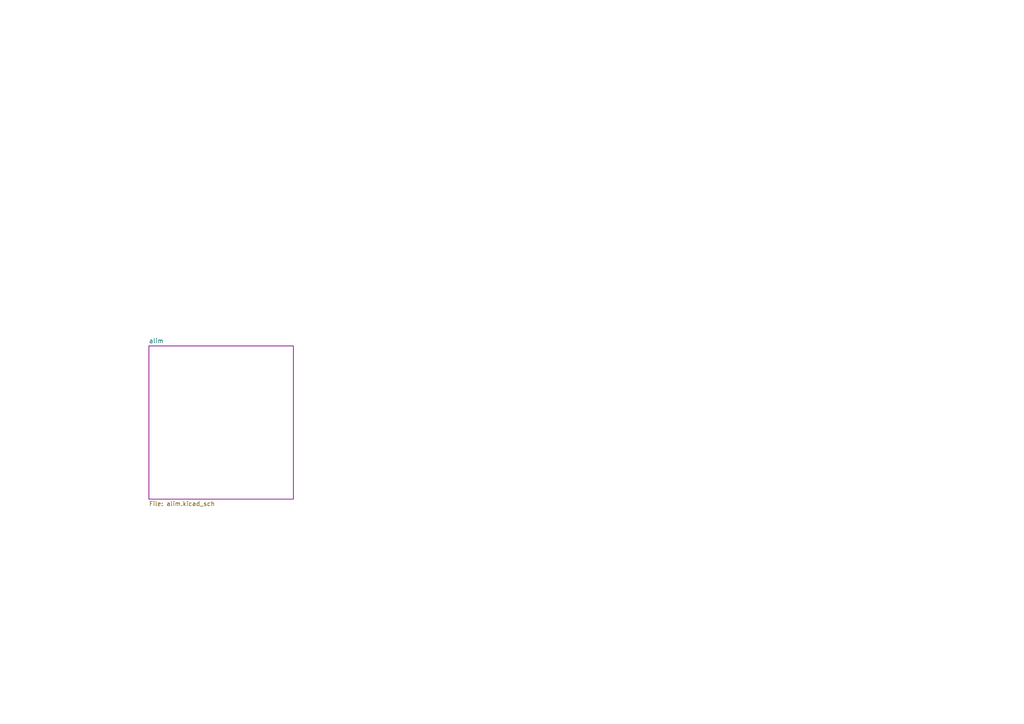
<source format=kicad_sch>
(kicad_sch (version 20210621) (generator eeschema)
  (paper "A4")
  (lib_symbols)
  (sheet (at 43.18 100.33) (size 41.91 44.45) (stroke (width 0.1524) (color 132 0 132 1)) (fill (color 255 255 255 0.0000))
    (property "Nom feuille" "alim" (at 43.18 99.6184 0) (effects (justify left bottom)))
    (property "Fichier de feuille" "alim.kicad_sch" (at 43.18 145.3646 0) (effects (justify left top)))
  )
)
</source>
